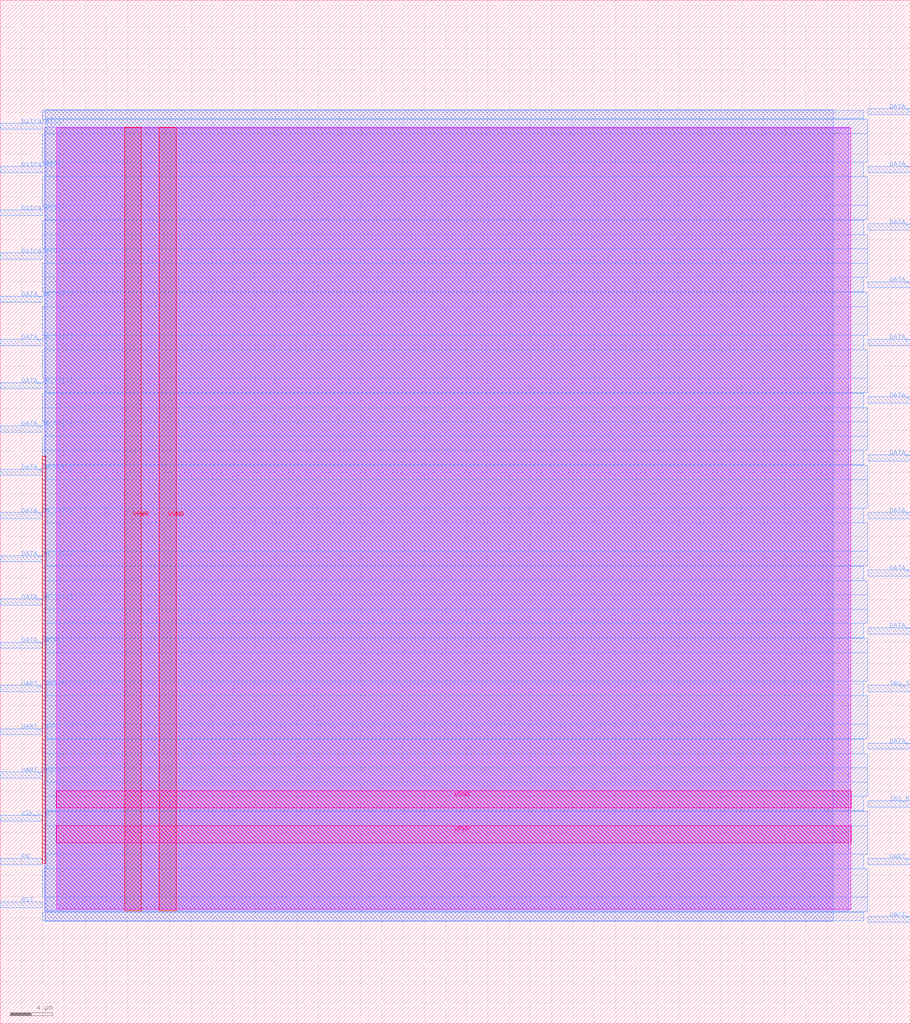
<source format=lef>
VERSION 5.7 ;
  NOWIREEXTENSIONATPIN ON ;
  DIVIDERCHAR "/" ;
  BUSBITCHARS "[]" ;
MACRO uart
  CLASS BLOCK ;
  FOREIGN uart ;
  ORIGIN 0.000 0.000 ;
  SIZE 85.835 BY 96.555 ;
  PIN DATA_IN_Rx
    DIRECTION INPUT ;
    USE SIGNAL ;
    ANTENNAGATEAREA 0.159000 ;
    PORT
      LAYER met3 ;
        RECT 0.000 35.400 4.000 36.000 ;
    END
  END DATA_IN_Rx
  PIN DATA_IN_Tx[0]
    DIRECTION INPUT ;
    USE SIGNAL ;
    ANTENNAGATEAREA 0.196500 ;
    PORT
      LAYER met3 ;
        RECT 0.000 39.480 4.000 40.080 ;
    END
  END DATA_IN_Tx[0]
  PIN DATA_IN_Tx[1]
    DIRECTION INPUT ;
    USE SIGNAL ;
    ANTENNAGATEAREA 0.196500 ;
    PORT
      LAYER met3 ;
        RECT 0.000 43.560 4.000 44.160 ;
    END
  END DATA_IN_Tx[1]
  PIN DATA_IN_Tx[2]
    DIRECTION INPUT ;
    USE SIGNAL ;
    ANTENNAGATEAREA 0.196500 ;
    PORT
      LAYER met3 ;
        RECT 0.000 47.640 4.000 48.240 ;
    END
  END DATA_IN_Tx[2]
  PIN DATA_IN_Tx[3]
    DIRECTION INPUT ;
    USE SIGNAL ;
    ANTENNAGATEAREA 0.196500 ;
    PORT
      LAYER met3 ;
        RECT 0.000 51.720 4.000 52.320 ;
    END
  END DATA_IN_Tx[3]
  PIN DATA_IN_Tx[4]
    DIRECTION INPUT ;
    USE SIGNAL ;
    ANTENNAGATEAREA 0.196500 ;
    PORT
      LAYER met3 ;
        RECT 0.000 55.800 4.000 56.400 ;
    END
  END DATA_IN_Tx[4]
  PIN DATA_IN_Tx[5]
    DIRECTION INPUT ;
    USE SIGNAL ;
    ANTENNAGATEAREA 0.196500 ;
    PORT
      LAYER met3 ;
        RECT 0.000 59.880 4.000 60.480 ;
    END
  END DATA_IN_Tx[5]
  PIN DATA_IN_Tx[6]
    DIRECTION INPUT ;
    USE SIGNAL ;
    ANTENNAGATEAREA 0.196500 ;
    PORT
      LAYER met3 ;
        RECT 0.000 63.960 4.000 64.560 ;
    END
  END DATA_IN_Tx[6]
  PIN DATA_IN_Tx[7]
    DIRECTION INPUT ;
    USE SIGNAL ;
    ANTENNAGATEAREA 0.196500 ;
    PORT
      LAYER met3 ;
        RECT 0.000 68.040 4.000 68.640 ;
    END
  END DATA_IN_Tx[7]
  PIN DATA_OUT_Rx[0]
    DIRECTION OUTPUT ;
    USE SIGNAL ;
    ANTENNADIFFAREA 0.340600 ;
    PORT
      LAYER met3 ;
        RECT 81.835 36.760 85.835 37.360 ;
    END
  END DATA_OUT_Rx[0]
  PIN DATA_OUT_Rx[1]
    DIRECTION OUTPUT ;
    USE SIGNAL ;
    ANTENNADIFFAREA 0.340600 ;
    PORT
      LAYER met3 ;
        RECT 81.835 42.200 85.835 42.800 ;
    END
  END DATA_OUT_Rx[1]
  PIN DATA_OUT_Rx[2]
    DIRECTION OUTPUT ;
    USE SIGNAL ;
    ANTENNADIFFAREA 0.340600 ;
    PORT
      LAYER met3 ;
        RECT 81.835 47.640 85.835 48.240 ;
    END
  END DATA_OUT_Rx[2]
  PIN DATA_OUT_Rx[3]
    DIRECTION OUTPUT ;
    USE SIGNAL ;
    ANTENNADIFFAREA 0.340600 ;
    PORT
      LAYER met3 ;
        RECT 81.835 53.080 85.835 53.680 ;
    END
  END DATA_OUT_Rx[3]
  PIN DATA_OUT_Rx[4]
    DIRECTION OUTPUT ;
    USE SIGNAL ;
    ANTENNADIFFAREA 0.340600 ;
    PORT
      LAYER met3 ;
        RECT 81.835 58.520 85.835 59.120 ;
    END
  END DATA_OUT_Rx[4]
  PIN DATA_OUT_Rx[5]
    DIRECTION OUTPUT ;
    USE SIGNAL ;
    ANTENNADIFFAREA 0.340600 ;
    PORT
      LAYER met3 ;
        RECT 81.835 63.960 85.835 64.560 ;
    END
  END DATA_OUT_Rx[5]
  PIN DATA_OUT_Rx[6]
    DIRECTION OUTPUT ;
    USE SIGNAL ;
    ANTENNADIFFAREA 0.340600 ;
    PORT
      LAYER met3 ;
        RECT 81.835 69.400 85.835 70.000 ;
    END
  END DATA_OUT_Rx[6]
  PIN DATA_OUT_Rx[7]
    DIRECTION OUTPUT ;
    USE SIGNAL ;
    ANTENNADIFFAREA 0.340600 ;
    PORT
      LAYER met3 ;
        RECT 81.835 74.840 85.835 75.440 ;
    END
  END DATA_OUT_Rx[7]
  PIN DATA_OUT_Rx[8]
    DIRECTION OUTPUT ;
    USE SIGNAL ;
    ANTENNADIFFAREA 0.445500 ;
    PORT
      LAYER met3 ;
        RECT 81.835 80.280 85.835 80.880 ;
    END
  END DATA_OUT_Rx[8]
  PIN DATA_OUT_Rx[9]
    DIRECTION OUTPUT ;
    USE SIGNAL ;
    ANTENNADIFFAREA 0.445500 ;
    PORT
      LAYER met3 ;
        RECT 81.835 85.720 85.835 86.320 ;
    END
  END DATA_OUT_Rx[9]
  PIN DATA_OUT_Tx
    DIRECTION OUTPUT ;
    USE SIGNAL ;
    ANTENNADIFFAREA 0.340600 ;
    PORT
      LAYER met3 ;
        RECT 81.835 25.880 85.835 26.480 ;
    END
  END DATA_OUT_Tx
  PIN EN
    DIRECTION INPUT ;
    USE SIGNAL ;
    ANTENNAGATEAREA 0.196500 ;
    PORT
      LAYER met3 ;
        RECT 0.000 15.000 4.000 15.600 ;
    END
  END EN
  PIN IRQ_Rx
    DIRECTION OUTPUT ;
    USE SIGNAL ;
    ANTENNADIFFAREA 0.340600 ;
    PORT
      LAYER met3 ;
        RECT 81.835 20.440 85.835 21.040 ;
    END
  END IRQ_Rx
  PIN IRQ_Tx
    DIRECTION OUTPUT ;
    USE SIGNAL ;
    ANTENNADIFFAREA 0.340600 ;
    PORT
      LAYER met3 ;
        RECT 81.835 31.320 85.835 31.920 ;
    END
  END IRQ_Tx
  PIN RST
    DIRECTION INPUT ;
    USE SIGNAL ;
    ANTENNAGATEAREA 0.990000 ;
    PORT
      LAYER met3 ;
        RECT 0.000 10.920 4.000 11.520 ;
    END
  END RST
  PIN UART_AVAIL
    DIRECTION OUTPUT ;
    USE SIGNAL ;
    ANTENNADIFFAREA 0.340600 ;
    PORT
      LAYER met3 ;
        RECT 81.835 15.000 85.835 15.600 ;
    END
  END UART_AVAIL
  PIN UART_BITS
    DIRECTION INPUT ;
    USE SIGNAL ;
    ANTENNAGATEAREA 0.196500 ;
    PORT
      LAYER met3 ;
        RECT 0.000 27.240 4.000 27.840 ;
    END
  END UART_BITS
  PIN UART_PARITY
    DIRECTION INPUT ;
    USE SIGNAL ;
    ANTENNAGATEAREA 0.196500 ;
    PORT
      LAYER met3 ;
        RECT 0.000 31.320 4.000 31.920 ;
    END
  END UART_PARITY
  PIN UART_WRITE
    DIRECTION INPUT ;
    USE SIGNAL ;
    ANTENNAGATEAREA 0.196500 ;
    PORT
      LAYER met3 ;
        RECT 0.000 23.160 4.000 23.760 ;
    END
  END UART_WRITE
  PIN VGND
    DIRECTION INOUT ;
    USE GROUND ;
    PORT
      LAYER met4 ;
        RECT 15.020 10.640 16.620 84.560 ;
    END
    PORT
      LAYER met5 ;
        RECT 5.280 20.380 80.280 21.980 ;
    END
  END VGND
  PIN VPWR
    DIRECTION INOUT ;
    USE POWER ;
    PORT
      LAYER met4 ;
        RECT 11.720 10.640 13.320 84.560 ;
    END
    PORT
      LAYER met5 ;
        RECT 5.280 17.080 80.280 18.680 ;
    END
  END VPWR
  PIN bitrate[0]
    DIRECTION INPUT ;
    USE SIGNAL ;
    ANTENNAGATEAREA 0.247500 ;
    PORT
      LAYER met3 ;
        RECT 0.000 72.120 4.000 72.720 ;
    END
  END bitrate[0]
  PIN bitrate[1]
    DIRECTION INPUT ;
    USE SIGNAL ;
    ANTENNAGATEAREA 0.247500 ;
    PORT
      LAYER met3 ;
        RECT 0.000 76.200 4.000 76.800 ;
    END
  END bitrate[1]
  PIN bitrate[2]
    DIRECTION INPUT ;
    USE SIGNAL ;
    ANTENNAGATEAREA 0.213000 ;
    PORT
      LAYER met3 ;
        RECT 0.000 80.280 4.000 80.880 ;
    END
  END bitrate[2]
  PIN bitrate[3]
    DIRECTION INPUT ;
    USE SIGNAL ;
    ANTENNAGATEAREA 0.159000 ;
    PORT
      LAYER met3 ;
        RECT 0.000 84.360 4.000 84.960 ;
    END
  END bitrate[3]
  PIN clk_CPU
    DIRECTION INPUT ;
    USE SIGNAL ;
    ANTENNAGATEAREA 0.852000 ;
    PORT
      LAYER met3 ;
        RECT 0.000 19.080 4.000 19.680 ;
    END
  END clk_CPU
  PIN uart_clock
    DIRECTION OUTPUT ;
    USE SIGNAL ;
    ANTENNADIFFAREA 0.340600 ;
    PORT
      LAYER met3 ;
        RECT 81.835 9.560 85.835 10.160 ;
    END
  END uart_clock
  OBS
      LAYER nwell ;
        RECT 5.330 10.795 80.230 84.510 ;
      LAYER li1 ;
        RECT 5.520 10.795 80.040 84.405 ;
      LAYER met1 ;
        RECT 4.210 10.640 80.040 84.560 ;
      LAYER met2 ;
        RECT 4.230 9.675 78.570 86.205 ;
      LAYER met3 ;
        RECT 3.950 85.360 81.435 86.185 ;
        RECT 4.400 85.320 81.435 85.360 ;
        RECT 4.400 83.960 81.835 85.320 ;
        RECT 3.950 81.280 81.835 83.960 ;
        RECT 4.400 79.880 81.435 81.280 ;
        RECT 3.950 77.200 81.835 79.880 ;
        RECT 4.400 75.840 81.835 77.200 ;
        RECT 4.400 75.800 81.435 75.840 ;
        RECT 3.950 74.440 81.435 75.800 ;
        RECT 3.950 73.120 81.835 74.440 ;
        RECT 4.400 71.720 81.835 73.120 ;
        RECT 3.950 70.400 81.835 71.720 ;
        RECT 3.950 69.040 81.435 70.400 ;
        RECT 4.400 69.000 81.435 69.040 ;
        RECT 4.400 67.640 81.835 69.000 ;
        RECT 3.950 64.960 81.835 67.640 ;
        RECT 4.400 63.560 81.435 64.960 ;
        RECT 3.950 60.880 81.835 63.560 ;
        RECT 4.400 59.520 81.835 60.880 ;
        RECT 4.400 59.480 81.435 59.520 ;
        RECT 3.950 58.120 81.435 59.480 ;
        RECT 3.950 56.800 81.835 58.120 ;
        RECT 4.400 55.400 81.835 56.800 ;
        RECT 3.950 54.080 81.835 55.400 ;
        RECT 3.950 52.720 81.435 54.080 ;
        RECT 4.400 52.680 81.435 52.720 ;
        RECT 4.400 51.320 81.835 52.680 ;
        RECT 3.950 48.640 81.835 51.320 ;
        RECT 4.400 47.240 81.435 48.640 ;
        RECT 3.950 44.560 81.835 47.240 ;
        RECT 4.400 43.200 81.835 44.560 ;
        RECT 4.400 43.160 81.435 43.200 ;
        RECT 3.950 41.800 81.435 43.160 ;
        RECT 3.950 40.480 81.835 41.800 ;
        RECT 4.400 39.080 81.835 40.480 ;
        RECT 3.950 37.760 81.835 39.080 ;
        RECT 3.950 36.400 81.435 37.760 ;
        RECT 4.400 36.360 81.435 36.400 ;
        RECT 4.400 35.000 81.835 36.360 ;
        RECT 3.950 32.320 81.835 35.000 ;
        RECT 4.400 30.920 81.435 32.320 ;
        RECT 3.950 28.240 81.835 30.920 ;
        RECT 4.400 26.880 81.835 28.240 ;
        RECT 4.400 26.840 81.435 26.880 ;
        RECT 3.950 25.480 81.435 26.840 ;
        RECT 3.950 24.160 81.835 25.480 ;
        RECT 4.400 22.760 81.835 24.160 ;
        RECT 3.950 21.440 81.835 22.760 ;
        RECT 3.950 20.080 81.435 21.440 ;
        RECT 4.400 20.040 81.435 20.080 ;
        RECT 4.400 18.680 81.835 20.040 ;
        RECT 3.950 16.000 81.835 18.680 ;
        RECT 4.400 14.600 81.435 16.000 ;
        RECT 3.950 11.920 81.835 14.600 ;
        RECT 4.400 10.560 81.835 11.920 ;
        RECT 4.400 10.520 81.435 10.560 ;
        RECT 3.950 9.695 81.435 10.520 ;
      LAYER met4 ;
        RECT 3.975 15.135 4.305 53.545 ;
  END
END uart
END LIBRARY


</source>
